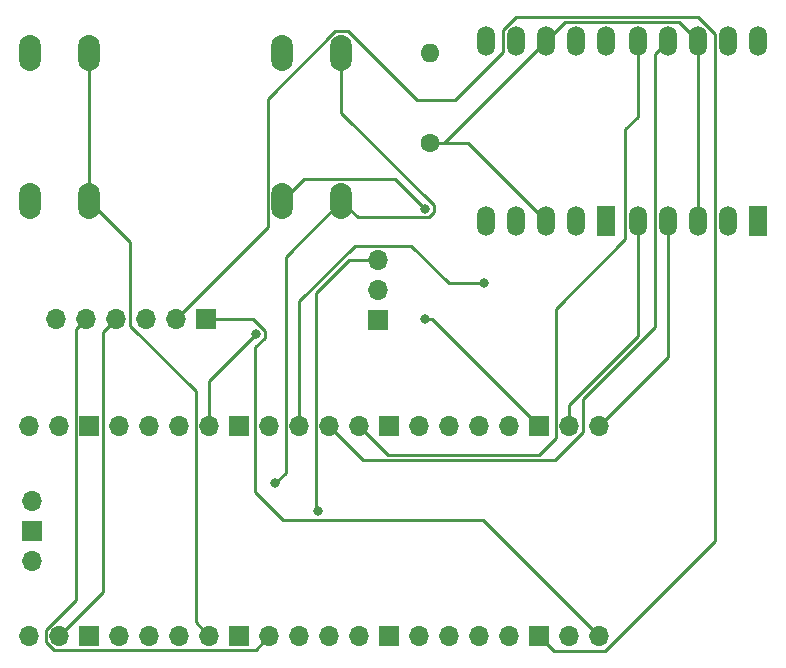
<source format=gbr>
%TF.GenerationSoftware,KiCad,Pcbnew,7.0.1*%
%TF.CreationDate,2025-03-04T19:41:26-05:00*%
%TF.ProjectId,front_panel,66726f6e-745f-4706-916e-656c2e6b6963,rev?*%
%TF.SameCoordinates,Original*%
%TF.FileFunction,Copper,L2,Bot*%
%TF.FilePolarity,Positive*%
%FSLAX46Y46*%
G04 Gerber Fmt 4.6, Leading zero omitted, Abs format (unit mm)*
G04 Created by KiCad (PCBNEW 7.0.1) date 2025-03-04 19:41:26*
%MOMM*%
%LPD*%
G01*
G04 APERTURE LIST*
%TA.AperFunction,ComponentPad*%
%ADD10O,1.700000X1.700000*%
%TD*%
%TA.AperFunction,ComponentPad*%
%ADD11R,1.700000X1.700000*%
%TD*%
%TA.AperFunction,ComponentPad*%
%ADD12O,1.850000X3.048000*%
%TD*%
%TA.AperFunction,ComponentPad*%
%ADD13C,1.600000*%
%TD*%
%TA.AperFunction,ComponentPad*%
%ADD14O,1.600000X1.600000*%
%TD*%
%TA.AperFunction,ComponentPad*%
%ADD15O,1.524000X2.524000*%
%TD*%
%TA.AperFunction,ComponentPad*%
%ADD16R,1.524000X2.524000*%
%TD*%
%TA.AperFunction,ViaPad*%
%ADD17C,0.800000*%
%TD*%
%TA.AperFunction,Conductor*%
%ADD18C,0.250000*%
%TD*%
G04 APERTURE END LIST*
D10*
%TO.P,U3,1,GPIO0*%
%TO.N,Net-(U2-C)*%
X115840000Y-75100000D03*
%TO.P,U3,2,GPIO1*%
%TO.N,Net-(U2-DP)*%
X113300000Y-75100000D03*
D11*
%TO.P,U3,3,GND*%
%TO.N,Net-(J2-Pin_1)*%
X110760000Y-75100000D03*
D10*
%TO.P,U3,4,GPIO2*%
%TO.N,Net-(U2-G)*%
X108220000Y-75100000D03*
%TO.P,U3,5,GPIO3*%
%TO.N,Net-(U2-F)*%
X105680000Y-75100000D03*
%TO.P,U3,6,GPIO4*%
%TO.N,Net-(U2-E)*%
X103140000Y-75100000D03*
%TO.P,U3,7,GPIO5*%
%TO.N,Net-(U2-D)*%
X100600000Y-75100000D03*
D11*
%TO.P,U3,8,GND*%
%TO.N,unconnected-(U3-GND-Pad8)*%
X98060000Y-75100000D03*
D10*
%TO.P,U3,9,GPIO6*%
%TO.N,Net-(U2-B)*%
X95520000Y-75100000D03*
%TO.P,U3,10,GPIO7*%
%TO.N,Net-(U2-A)*%
X92980000Y-75100000D03*
%TO.P,U3,11,GPIO8*%
%TO.N,Net-(U1-DP)*%
X90440000Y-75100000D03*
%TO.P,U3,12,GPIO9*%
%TO.N,Net-(U1-G)*%
X87900000Y-75100000D03*
D11*
%TO.P,U3,13,GND*%
%TO.N,unconnected-(U3-GND-Pad13)*%
X85360000Y-75100000D03*
D10*
%TO.P,U3,14,GPIO10*%
%TO.N,Net-(U1-F)*%
X82820000Y-75100000D03*
%TO.P,U3,15,GPIO11*%
%TO.N,Net-(U1-E)*%
X80280000Y-75100000D03*
%TO.P,U3,16,GPIO12*%
%TO.N,Net-(U1-D)*%
X77740000Y-75100000D03*
%TO.P,U3,17,GPIO13*%
%TO.N,Net-(U1-C)*%
X75200000Y-75100000D03*
D11*
%TO.P,U3,18,GND*%
%TO.N,unconnected-(U3-GND-Pad18)*%
X72660000Y-75100000D03*
D10*
%TO.P,U3,19,GPIO14*%
%TO.N,Net-(U1-B)*%
X70120000Y-75100000D03*
%TO.P,U3,20,GPIO15*%
%TO.N,Net-(U1-A)*%
X67580000Y-75100000D03*
%TO.P,U3,21,GPIO16*%
%TO.N,Net-(J1-Pin_3)*%
X67580000Y-92880000D03*
%TO.P,U3,22,GPIO17*%
%TO.N,Net-(J1-Pin_4)*%
X70120000Y-92880000D03*
D11*
%TO.P,U3,23,GND*%
%TO.N,unconnected-(U3-GND-Pad23)*%
X72660000Y-92880000D03*
D10*
%TO.P,U3,24,GPIO18*%
%TO.N,unconnected-(U3-GPIO18-Pad24)*%
X75200000Y-92880000D03*
%TO.P,U3,25,GPIO19*%
%TO.N,unconnected-(U3-GPIO19-Pad25)*%
X77740000Y-92880000D03*
%TO.P,U3,26,GPIO20*%
%TO.N,Net-(U3-GPIO20)*%
X80280000Y-92880000D03*
%TO.P,U3,27,GPIO21*%
%TO.N,Net-(U3-GPIO21)*%
X82820000Y-92880000D03*
D11*
%TO.P,U3,28,GND*%
%TO.N,unconnected-(U3-GND-Pad28)*%
X85360000Y-92880000D03*
D10*
%TO.P,U3,29,GPIO22*%
%TO.N,Net-(J1-Pin_5)*%
X87900000Y-92880000D03*
%TO.P,U3,30,RUN*%
%TO.N,unconnected-(U3-RUN-Pad30)*%
X90440000Y-92880000D03*
%TO.P,U3,31,GPIO26_ADC0*%
%TO.N,unconnected-(U3-GPIO26_ADC0-Pad31)*%
X92980000Y-92880000D03*
%TO.P,U3,32,GPIO27_ADC1*%
%TO.N,unconnected-(U3-GPIO27_ADC1-Pad32)*%
X95520000Y-92880000D03*
D11*
%TO.P,U3,33,AGND*%
%TO.N,unconnected-(U3-AGND-Pad33)*%
X98060000Y-92880000D03*
D10*
%TO.P,U3,34,GPIO28_ADC2*%
%TO.N,unconnected-(U3-GPIO28_ADC2-Pad34)*%
X100600000Y-92880000D03*
%TO.P,U3,35,ADC_VREF*%
%TO.N,unconnected-(U3-ADC_VREF-Pad35)*%
X103140000Y-92880000D03*
%TO.P,U3,36,3V3*%
%TO.N,Net-(J2-Pin_3)*%
X105680000Y-92880000D03*
%TO.P,U3,37,3V3_EN*%
%TO.N,unconnected-(U3-3V3_EN-Pad37)*%
X108220000Y-92880000D03*
D11*
%TO.P,U3,38,GND*%
%TO.N,GND*%
X110760000Y-92880000D03*
D10*
%TO.P,U3,39,VSYS*%
%TO.N,unconnected-(U3-VSYS-Pad39)*%
X113300000Y-92880000D03*
%TO.P,U3,40,VBUS*%
%TO.N,+5V*%
X115840000Y-92880000D03*
%TO.P,U3,41,SWCLK*%
%TO.N,unconnected-(U3-SWCLK-Pad41)*%
X67810000Y-81450000D03*
D11*
%TO.P,U3,42,GND*%
%TO.N,unconnected-(U3-GND-Pad42)*%
X67810000Y-83990000D03*
D10*
%TO.P,U3,43,SWDIO*%
%TO.N,unconnected-(U3-SWDIO-Pad43)*%
X67810000Y-86530000D03*
%TD*%
D12*
%TO.P,SW2,1,1*%
%TO.N,Net-(U3-GPIO20)*%
X94000000Y-56000000D03*
X94000000Y-43500000D03*
%TO.P,SW2,2,2*%
%TO.N,Net-(J2-Pin_1)*%
X89000000Y-56000000D03*
X89000000Y-43500000D03*
%TD*%
D11*
%TO.P,J1,1,Pin_1*%
%TO.N,+5V*%
X82540000Y-66000000D03*
D10*
%TO.P,J1,2,Pin_2*%
%TO.N,GND*%
X80000000Y-66000000D03*
%TO.P,J1,3,Pin_3*%
%TO.N,Net-(J1-Pin_3)*%
X77460000Y-66000000D03*
%TO.P,J1,4,Pin_4*%
%TO.N,Net-(J1-Pin_4)*%
X74920000Y-66000000D03*
%TO.P,J1,5,Pin_5*%
%TO.N,Net-(J1-Pin_5)*%
X72380000Y-66000000D03*
%TO.P,J1,6,Pin_6*%
%TO.N,GND*%
X69840000Y-66000000D03*
%TD*%
D13*
%TO.P,R1,1*%
%TO.N,Net-(R1-Pad1)*%
X101500000Y-51120000D03*
D14*
%TO.P,R1,2*%
%TO.N,Net-(J2-Pin_2)*%
X101500000Y-43500000D03*
%TD*%
D11*
%TO.P,J2,1,Pin_1*%
%TO.N,Net-(J2-Pin_1)*%
X97100000Y-66080000D03*
D10*
%TO.P,J2,2,Pin_2*%
%TO.N,Net-(J2-Pin_2)*%
X97100000Y-63540000D03*
%TO.P,J2,3,Pin_3*%
%TO.N,Net-(J2-Pin_3)*%
X97100000Y-61000000D03*
%TD*%
D15*
%TO.P,U1,10,G*%
%TO.N,Net-(U1-G)*%
X116380000Y-42500000D03*
%TO.P,U1,9,F*%
%TO.N,Net-(U1-F)*%
X113840000Y-42500000D03*
%TO.P,U1,8,CC*%
%TO.N,Net-(R1-Pad1)*%
X111300000Y-42500000D03*
%TO.P,U1,7,A*%
%TO.N,Net-(U1-A)*%
X108760000Y-42500000D03*
%TO.P,U1,6,B*%
%TO.N,Net-(U1-B)*%
X106220000Y-42500000D03*
%TO.P,U1,5,DP*%
%TO.N,Net-(U1-DP)*%
X106220000Y-57740000D03*
%TO.P,U1,4,C*%
%TO.N,Net-(U1-C)*%
X108760000Y-57740000D03*
%TO.P,U1,3,CC*%
%TO.N,Net-(R1-Pad1)*%
X111300000Y-57740000D03*
%TO.P,U1,2,D*%
%TO.N,Net-(U1-D)*%
X113840000Y-57740000D03*
D16*
%TO.P,U1,1,E*%
%TO.N,Net-(U1-E)*%
X116380000Y-57740000D03*
%TD*%
%TO.P,U2,1,E*%
%TO.N,Net-(U2-E)*%
X129280000Y-57740000D03*
D15*
%TO.P,U2,2,D*%
%TO.N,Net-(U2-D)*%
X126740000Y-57740000D03*
%TO.P,U2,3,CC*%
%TO.N,Net-(R1-Pad1)*%
X124200000Y-57740000D03*
%TO.P,U2,4,C*%
%TO.N,Net-(U2-C)*%
X121660000Y-57740000D03*
%TO.P,U2,5,DP*%
%TO.N,Net-(U2-DP)*%
X119120000Y-57740000D03*
%TO.P,U2,6,B*%
%TO.N,Net-(U2-B)*%
X119120000Y-42500000D03*
%TO.P,U2,7,A*%
%TO.N,Net-(U2-A)*%
X121660000Y-42500000D03*
%TO.P,U2,8,CC*%
%TO.N,Net-(R1-Pad1)*%
X124200000Y-42500000D03*
%TO.P,U2,9,F*%
%TO.N,Net-(U2-F)*%
X126740000Y-42500000D03*
%TO.P,U2,10,G*%
%TO.N,Net-(U2-G)*%
X129280000Y-42500000D03*
%TD*%
D12*
%TO.P,SW1,1,1*%
%TO.N,Net-(U3-GPIO21)*%
X72600000Y-56000000D03*
X72600000Y-43500000D03*
%TO.P,SW1,2,2*%
%TO.N,Net-(J2-Pin_1)*%
X67600000Y-56000000D03*
X67600000Y-43500000D03*
%TD*%
D17*
%TO.N,Net-(U1-DP)*%
X106100000Y-63000000D03*
%TO.N,Net-(J2-Pin_1)*%
X101100000Y-56700000D03*
X101100000Y-66000000D03*
%TO.N,Net-(J2-Pin_3)*%
X92000000Y-82300000D03*
%TO.N,Net-(U3-GPIO20)*%
X88400000Y-79900000D03*
%TO.N,Net-(U1-F)*%
X86800000Y-67300000D03*
%TD*%
D18*
%TO.N,Net-(U1-DP)*%
X103074695Y-63000000D02*
X99899695Y-59825000D01*
X99899695Y-59825000D02*
X95138604Y-59825000D01*
X95138604Y-59825000D02*
X90440000Y-64523604D01*
X106100000Y-63000000D02*
X103074695Y-63000000D01*
X90440000Y-64523604D02*
X90440000Y-75100000D01*
%TO.N,GND*%
X111980000Y-94100000D02*
X110760000Y-92880000D01*
X116281701Y-94100000D02*
X111980000Y-94100000D01*
X125600000Y-84781701D02*
X116281701Y-94100000D01*
X125600000Y-41862750D02*
X125600000Y-84781701D01*
X124200250Y-40463000D02*
X125600000Y-41862750D01*
X108759750Y-40463000D02*
X124200250Y-40463000D01*
X107673000Y-41549750D02*
X108759750Y-40463000D01*
X107673000Y-43450250D02*
X107673000Y-41549750D01*
X103615017Y-47508233D02*
X107673000Y-43450250D01*
X100375000Y-47508233D02*
X103615017Y-47508233D01*
X94517767Y-41651000D02*
X100375000Y-47508233D01*
X93482233Y-41651000D02*
X94517767Y-41651000D01*
X87750000Y-47383233D02*
X93482233Y-41651000D01*
X87750000Y-58250000D02*
X87750000Y-47383233D01*
X80000000Y-66000000D02*
X87750000Y-58250000D01*
%TO.N,+5V*%
X87525000Y-66999695D02*
X86525305Y-66000000D01*
X86711396Y-68413909D02*
X87525000Y-67600305D01*
X89083299Y-83025000D02*
X86711396Y-80653097D01*
X87525000Y-67600305D02*
X87525000Y-66999695D01*
X105985000Y-83025000D02*
X89083299Y-83025000D01*
X86525305Y-66000000D02*
X82540000Y-66000000D01*
X115840000Y-92880000D02*
X105985000Y-83025000D01*
X86711396Y-80653097D02*
X86711396Y-68413909D01*
%TO.N,Net-(R1-Pad1)*%
X124200000Y-42500000D02*
X124200000Y-57740000D01*
X122613000Y-40913000D02*
X124200000Y-42500000D01*
X112887000Y-40913000D02*
X122613000Y-40913000D01*
X111300000Y-42500000D02*
X112887000Y-40913000D01*
X104680000Y-51120000D02*
X111300000Y-57740000D01*
X101500000Y-51120000D02*
X104680000Y-51120000D01*
X102680000Y-51120000D02*
X101500000Y-51120000D01*
X111300000Y-42500000D02*
X102680000Y-51120000D01*
%TO.N,Net-(U3-GPIO20)*%
X101825000Y-57000305D02*
X101400305Y-57425000D01*
X95425000Y-57425000D02*
X94000000Y-56000000D01*
X101825000Y-56399695D02*
X101825000Y-57000305D01*
X101400305Y-57425000D02*
X95425000Y-57425000D01*
X94000000Y-48574695D02*
X101825000Y-56399695D01*
X94000000Y-43500000D02*
X94000000Y-48574695D01*
%TO.N,Net-(U3-GPIO21)*%
X72600000Y-56000000D02*
X72600000Y-43500000D01*
%TO.N,Net-(J2-Pin_1)*%
X98551000Y-54151000D02*
X90849000Y-54151000D01*
X101100000Y-56700000D02*
X98551000Y-54151000D01*
X90849000Y-54151000D02*
X89000000Y-56000000D01*
X101100000Y-66000000D02*
X101660000Y-66000000D01*
X101660000Y-66000000D02*
X110760000Y-75100000D01*
%TO.N,Net-(J2-Pin_3)*%
X91805000Y-63795000D02*
X94600000Y-61000000D01*
X91805000Y-82105000D02*
X91805000Y-63795000D01*
X92000000Y-82300000D02*
X91805000Y-82105000D01*
X94600000Y-61000000D02*
X97100000Y-61000000D01*
%TO.N,Net-(U3-GPIO20)*%
X89265000Y-60735000D02*
X94000000Y-56000000D01*
X89265000Y-79035000D02*
X89265000Y-60735000D01*
X88400000Y-79900000D02*
X89265000Y-79035000D01*
%TO.N,Net-(U1-F)*%
X82820000Y-71280000D02*
X82820000Y-75100000D01*
X86800000Y-67300000D02*
X82820000Y-71280000D01*
%TO.N,Net-(J1-Pin_5)*%
X68945000Y-92393299D02*
X71485000Y-89853299D01*
X86725000Y-94055000D02*
X69633299Y-94055000D01*
X69633299Y-94055000D02*
X68945000Y-93366701D01*
X68945000Y-93366701D02*
X68945000Y-92393299D01*
X71485000Y-66895000D02*
X72380000Y-66000000D01*
X87900000Y-92880000D02*
X86725000Y-94055000D01*
X71485000Y-89853299D02*
X71485000Y-66895000D01*
%TO.N,Net-(U3-GPIO21)*%
X76095000Y-59495000D02*
X72600000Y-56000000D01*
X76095000Y-66595000D02*
X76095000Y-59495000D01*
X81645000Y-72145000D02*
X76095000Y-66595000D01*
X81645000Y-91705000D02*
X81645000Y-72145000D01*
X82820000Y-92880000D02*
X81645000Y-91705000D01*
%TO.N,Net-(J1-Pin_4)*%
X73835000Y-67085000D02*
X74920000Y-66000000D01*
X73835000Y-89165000D02*
X73835000Y-67085000D01*
X70120000Y-92880000D02*
X73835000Y-89165000D01*
%TO.N,Net-(U2-A)*%
X114475000Y-72761396D02*
X120573000Y-66663396D01*
X114475000Y-75586701D02*
X114475000Y-72761396D01*
X112111701Y-77950000D02*
X114475000Y-75586701D01*
X95830000Y-77950000D02*
X112111701Y-77950000D01*
X120573000Y-66663396D02*
X120573000Y-43587000D01*
X92980000Y-75100000D02*
X95830000Y-77950000D01*
X120573000Y-43587000D02*
X121660000Y-42500000D01*
%TO.N,Net-(U2-B)*%
X118033000Y-59267000D02*
X118033000Y-49967000D01*
X110710000Y-77500000D02*
X112125000Y-76085000D01*
X112125000Y-65175000D02*
X118033000Y-59267000D01*
X97920000Y-77500000D02*
X110710000Y-77500000D01*
X112125000Y-76085000D02*
X112125000Y-65175000D01*
X118033000Y-49967000D02*
X119120000Y-48880000D01*
X95520000Y-75100000D02*
X97920000Y-77500000D01*
X119120000Y-48880000D02*
X119120000Y-42500000D01*
%TO.N,Net-(U2-C)*%
X121660000Y-69280000D02*
X121660000Y-57740000D01*
X115840000Y-75100000D02*
X121660000Y-69280000D01*
%TO.N,Net-(U2-DP)*%
X119120000Y-67480000D02*
X119120000Y-57740000D01*
X113300000Y-73300000D02*
X119120000Y-67480000D01*
X113300000Y-75100000D02*
X113300000Y-73300000D01*
%TD*%
M02*

</source>
